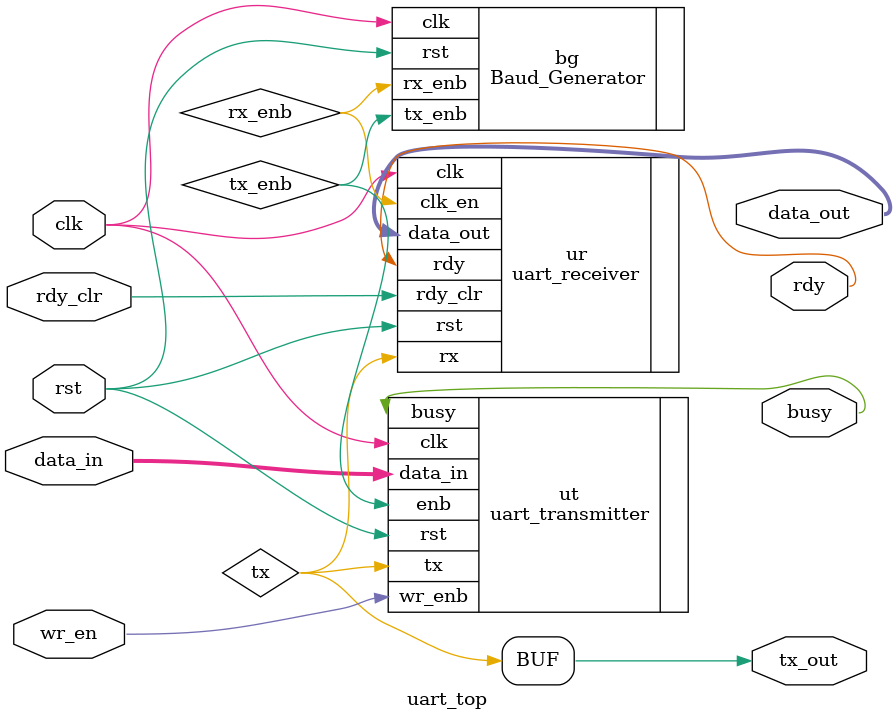
<source format=v>
module uart_top(
    input  clk,
    input  rst,
    input  wr_en,
    input  rdy_clr,
    input  [7:0] data_in,
    output tx_out,      // Added external TX output
    output rdy,
    output busy,
    output [7:0] data_out
);
    wire tx_enb;
    wire rx_enb;
    wire tx;
    
    // Baud generator
    Baud_Generator bg (
        .clk(clk),
        .rst(rst),
        .tx_enb(tx_enb),
        .rx_enb(rx_enb)
    );
    
    // UART Transmitter
    uart_transmitter ut (
        .clk(clk),
        .rst(rst),
        .wr_enb(wr_en),
        .enb(tx_enb),
        .data_in(data_in),
        .tx(tx),
        .busy(busy)
    );
    
    // UART Receiver (TX looped back to RX for testing)
    uart_receiver ur (
        .clk(clk),
        .rst(rst),
        .rx(tx),        // Loopback for testing
        .clk_en(rx_enb),
        .rdy_clr(rdy_clr),
        .rdy(rdy),
        .data_out(data_out)
    );
    
    assign tx_out = tx;  // Output for external connection
endmodule






</source>
